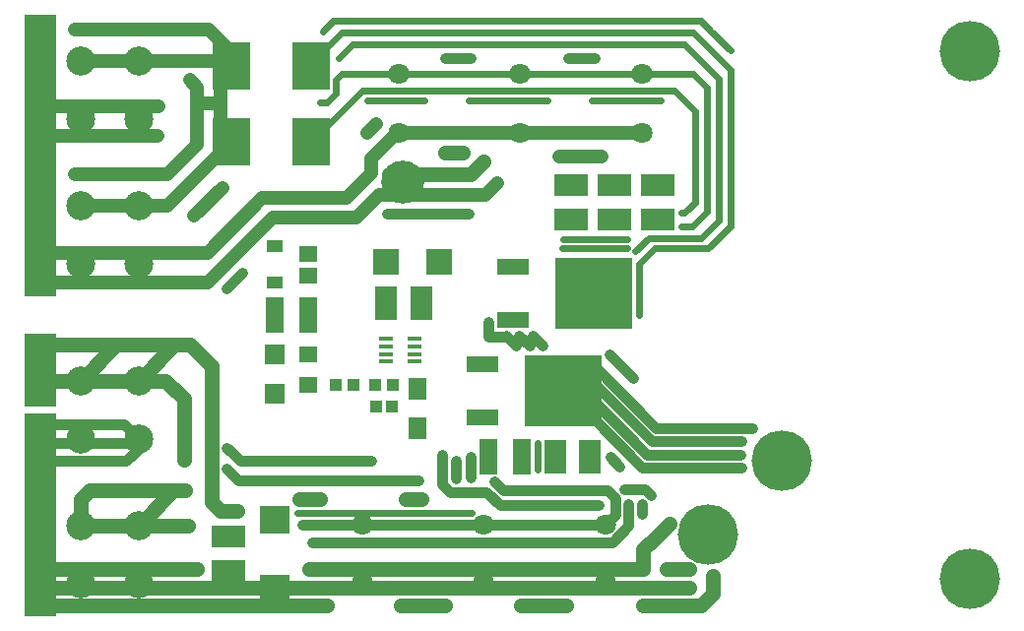
<source format=gts>
G04*
G04 #@! TF.GenerationSoftware,Altium Limited,Altium Designer,20.2.8 (258)*
G04*
G04 Layer_Color=8388736*
%FSLAX25Y25*%
%MOIN*%
G70*
G04*
G04 #@! TF.SameCoordinates,527F6DBC-4CBC-4D53-8A28-EBD6D6C4F68D*
G04*
G04*
G04 #@! TF.FilePolarity,Negative*
G04*
G01*
G75*
%ADD35C,0.02400*%
%ADD36C,0.03600*%
%ADD37C,0.05000*%
%ADD38C,0.04800*%
%ADD39R,0.10500X0.24500*%
%ADD40R,0.10500X0.68500*%
%ADD41R,0.10500X0.95500*%
%ADD42R,0.07099X0.06800*%
%ADD43R,0.07237X0.11430*%
%ADD44O,0.05011X0.01633*%
%ADD45R,0.08674X0.08674*%
%ADD46R,0.05524X0.04461*%
%ADD47R,0.06312X0.05524*%
%ADD48R,0.06221X0.05259*%
%ADD49R,0.03950X0.04343*%
%ADD50R,0.05902X0.07719*%
%ADD51R,0.05849X0.11855*%
%ADD52R,0.03975X0.04202*%
%ADD53R,0.10642X0.05524*%
%ADD54R,0.26391X0.24422*%
%ADD55R,0.10154X0.09491*%
%ADD56R,0.11430X0.07237*%
%ADD57R,0.12729X0.15839*%
%ADD58C,0.14580*%
%ADD59C,0.07099*%
%ADD60C,0.20485*%
%ADD61C,0.20485*%
%ADD62C,0.09855*%
D35*
X175800Y52000D02*
Y61000D01*
X103000Y200500D02*
X106500Y204000D01*
X231000D01*
X234500Y200500D01*
X210200Y104300D02*
Y106300D01*
X194000Y177000D02*
X217500D01*
X152500D02*
X179000D01*
X118000D02*
X137500D01*
X184000Y127000D02*
X206000D01*
X99148Y189900D02*
X109248Y200000D01*
X98500Y162500D02*
X116500Y180500D01*
X94500Y37500D02*
X153355Y37500D01*
X109500Y186000D02*
X228500D01*
X107500Y184000D02*
X109500Y186000D01*
X228500D02*
X233000Y181500D01*
X107500Y179500D02*
Y184000D01*
X104500Y176500D02*
X107500Y179500D01*
X102000Y176500D02*
X104500D01*
X224500Y134500D02*
X228000D01*
X224500Y139000D02*
X225500D01*
X228000Y134500D02*
X230000Y136500D01*
X225500Y139000D02*
X226500Y140000D01*
X184500Y130000D02*
X206000D01*
X234500Y200500D02*
X241000Y194000D01*
X108250Y191250D02*
X113000Y196000D01*
X230000Y136500D02*
X233000Y139500D01*
X226500Y140000D02*
X229000Y142500D01*
X233000Y139500D02*
Y181500D01*
X229000Y142500D02*
Y173500D01*
X222000Y180500D02*
X229000Y173500D01*
X116500Y180500D02*
X222000D01*
X113000Y196000D02*
X225500D01*
X237000Y184500D01*
Y136500D02*
Y184500D01*
X231000Y130500D02*
X237000Y136500D01*
X213281Y130500D02*
X231000D01*
X208891Y126110D02*
X213281Y130500D01*
X210200Y106300D02*
Y121700D01*
X215500Y127000D01*
X233500D01*
X241000Y134500D01*
Y187500D01*
X228500Y200000D02*
X241000Y187500D01*
X109248Y200000D02*
X228500D01*
D36*
X200000Y91000D02*
X208000Y83000D01*
X124900Y138900D02*
X152500D01*
X70300Y113300D02*
X75600Y118600D01*
X70500Y59500D02*
X72000Y58000D01*
X75000Y55000D02*
X119500D01*
X72000Y58000D02*
X75000Y55000D01*
X159100Y97200D02*
Y102100D01*
Y97200D02*
X164700D01*
X74500Y48500D02*
X135500D01*
X70500Y52500D02*
X74500Y48500D01*
X96095Y33405D02*
X157450D01*
X99500Y27500D02*
X201000D01*
X206500Y33000D01*
X211000Y37000D02*
Y40500D01*
X206500Y33000D02*
Y40500D01*
X212000Y45500D02*
X214000Y43500D01*
X205000Y45500D02*
X212000D01*
X194500Y40000D02*
X196500D01*
X157450Y33405D02*
X198600D01*
X202000Y36805D01*
Y42500D01*
X199500Y45000D02*
X202000Y42500D01*
X164000Y45000D02*
X199500D01*
X161000Y48000D02*
X164000Y45000D01*
X153000Y49500D02*
Y56500D01*
X148000Y49000D02*
Y55000D01*
X163000Y40000D02*
X194500D01*
X158500Y44500D02*
X163000Y40000D01*
X146000Y44500D02*
X158500D01*
X143500Y47000D02*
X146000Y44500D01*
X143500Y47000D02*
Y57000D01*
X36500Y55000D02*
X42379Y60879D01*
X31000Y55000D02*
X36500D01*
X35757Y67500D02*
X42379Y60879D01*
X31000Y67500D02*
X35757D01*
X40000Y61000D02*
X42000Y63000D01*
X31000Y61000D02*
X40000D01*
X11000D02*
X31000D01*
X11000Y67500D02*
X31000D01*
X186000Y191500D02*
X195000D01*
X144500D02*
X153000D01*
X200500Y56500D02*
X203500Y53000D01*
X215900Y66100D02*
X248400D01*
X194000Y88000D02*
X215900Y66100D01*
X214300Y61700D02*
X244800D01*
X194000Y82000D02*
X214300Y61700D01*
X212800Y57200D02*
X244300D01*
X194000Y76000D02*
X212800Y57200D01*
X211200Y52800D02*
X244700D01*
X194000Y70000D02*
X211200Y52800D01*
X174000Y97500D02*
X177500Y94000D01*
X169500Y97500D02*
X173000Y94000D01*
X165000Y97500D02*
X168500Y94000D01*
X11000Y55000D02*
X31000D01*
D37*
X235000Y10000D02*
Y16000D01*
X231000Y6000D02*
X235000Y10000D01*
X227000Y6000D02*
X231000D01*
X98500Y18500D02*
X211500D01*
X59500D02*
X59500Y18500D01*
X40700Y82242D02*
X52500Y94042D01*
X21015Y82242D02*
X32500Y93727D01*
X41500Y45000D02*
X52558D01*
X40700Y33142D02*
X52558Y45000D01*
X9500Y94500D02*
X21015D01*
Y82242D02*
X41000D01*
X9242D02*
X21015D01*
X95000Y42000D02*
X102000D01*
X131000D02*
X136500D01*
X24000Y45000D02*
X56500D01*
X21015Y42015D02*
X24000Y45000D01*
X21015Y33142D02*
Y42015D01*
Y33142D02*
X57358D01*
X21015Y94500D02*
X58000D01*
X56000Y55500D02*
Y76000D01*
X49758Y82242D02*
X56000Y76000D01*
X40700Y82242D02*
X49758D01*
X58000Y94500D02*
X65500Y87000D01*
Y41000D02*
Y87000D01*
Y41000D02*
X68500Y38000D01*
X74000D01*
X211500Y18500D02*
Y25000D01*
X215743Y29243D01*
X98500Y12000D02*
X219500D01*
X60779D02*
X98500D01*
X144500Y159500D02*
X150500D01*
X125400Y152000D02*
X153000D01*
X157500Y156500D01*
X11500Y18500D02*
X48500D01*
X10500Y12000D02*
X48500D01*
X79500Y6000D02*
X98500D01*
X7000D02*
X48500D01*
Y18500D02*
X60500D01*
X48500Y12000D02*
X60500D01*
X48500Y6000D02*
X79500D01*
X98500D02*
X104500D01*
X129500Y12000D02*
X144500D01*
X129500Y6000D02*
X144500D01*
X170000Y12000D02*
X185500D01*
X170000Y6000D02*
X185500D01*
X215743Y29243D02*
X220339Y33839D01*
X219500Y12000D02*
X227000D01*
X219500Y18500D02*
X227000D01*
X211500Y6000D02*
X227000D01*
D38*
X158000Y145000D02*
X162000Y149000D01*
X11000Y165000D02*
X47000D01*
X11000Y175000D02*
X47500D01*
X183000Y158000D02*
X197500D01*
X122000Y145000D02*
X158000D01*
X114500Y137500D02*
X122000Y145000D01*
X86000Y137500D02*
X114500D01*
X64000Y115500D02*
X86000Y137500D01*
X9500Y115500D02*
X64000D01*
X118000Y166000D02*
X121000Y169000D01*
X10000Y125500D02*
X64000D01*
X82500Y144000D01*
X111000D01*
X119500Y152500D01*
Y157500D01*
X128200Y166200D01*
X211000D01*
X68500Y168000D02*
Y176000D01*
Y183500D02*
X69000Y184000D01*
X68500Y176000D02*
Y183500D01*
X60500Y176000D02*
X68500D01*
X50276Y141300D02*
X68000Y159023D01*
X58000Y184000D02*
X60500Y181500D01*
Y173500D02*
Y181500D01*
Y162000D02*
Y173500D01*
X50500Y152000D02*
X60500Y162000D01*
X59500Y138000D02*
X69000Y147500D01*
X19000Y152000D02*
X28500D01*
X19000Y201000D02*
X28000D01*
X64500D02*
X75600Y189900D01*
X57500Y201000D02*
X64500D01*
X28500Y152000D02*
X50500D01*
X28000Y201000D02*
X57500D01*
X40700Y141300D02*
X50276D01*
X21015D02*
X40700D01*
X21015Y190349D02*
X70151D01*
D39*
X7250Y85750D02*
D03*
D40*
Y36750D02*
D03*
D41*
Y158250D02*
D03*
D42*
X86720Y91235D02*
D03*
Y77735D02*
D03*
D43*
X124526Y108400D02*
D03*
X136474D02*
D03*
X193574Y56500D02*
D03*
X181626D02*
D03*
D44*
X134068Y88661D02*
D03*
X134069Y91220D02*
D03*
Y93779D02*
D03*
X134068Y96339D02*
D03*
X124532Y88661D02*
D03*
X124532Y91220D02*
D03*
Y93779D02*
D03*
X124532Y96339D02*
D03*
D45*
X124445Y122500D02*
D03*
X142555D02*
D03*
D46*
X86600Y115301D02*
D03*
Y127899D02*
D03*
D47*
X98000Y80585D02*
D03*
X98000Y91215D02*
D03*
D48*
X98000Y125204D02*
D03*
Y117596D02*
D03*
D49*
X126556Y73400D02*
D03*
X121045D02*
D03*
D50*
X135200Y66061D02*
D03*
Y79339D02*
D03*
D51*
X86626Y104400D02*
D03*
X97974D02*
D03*
X159226Y56500D02*
D03*
X170574Y56500D02*
D03*
D52*
X113365Y80600D02*
D03*
X107434D02*
D03*
X126766D02*
D03*
X120835D02*
D03*
D53*
X167319Y120900D02*
D03*
X167319Y102900D02*
D03*
X157019Y87800D02*
D03*
X157019Y69800D02*
D03*
D54*
X194681Y111900D02*
D03*
X184381Y78800D02*
D03*
D55*
X86800Y35221D02*
D03*
Y11904D02*
D03*
D56*
X71200Y29537D02*
D03*
X71200Y17588D02*
D03*
X216400Y136626D02*
D03*
X216400Y148574D02*
D03*
X201800Y136626D02*
D03*
X201800Y148574D02*
D03*
X187200Y136626D02*
D03*
X187200Y148574D02*
D03*
D57*
X99124Y188900D02*
D03*
X72076D02*
D03*
X99124Y163100D02*
D03*
X72076D02*
D03*
D58*
X129947Y149453D02*
D03*
D59*
X198600Y13720D02*
D03*
Y33405D02*
D03*
X116300Y13720D02*
D03*
Y33405D02*
D03*
X157450Y13720D02*
D03*
Y33405D02*
D03*
X128600Y186200D02*
D03*
Y166200D02*
D03*
X169800Y186200D02*
D03*
Y166200D02*
D03*
X211000Y186200D02*
D03*
X211000Y166200D02*
D03*
D60*
X233326Y30126D02*
D03*
X258381Y55181D02*
D03*
D61*
X322000Y15000D02*
D03*
Y193900D02*
D03*
D62*
X21015Y13457D02*
D03*
Y33142D02*
D03*
X40700D02*
D03*
Y13457D02*
D03*
Y170664D02*
D03*
Y190349D02*
D03*
X21015D02*
D03*
Y170664D02*
D03*
X40700Y121615D02*
D03*
Y141300D02*
D03*
X21015D02*
D03*
Y121615D02*
D03*
X40700Y62557D02*
D03*
Y82242D02*
D03*
X21015D02*
D03*
Y62557D02*
D03*
M02*

</source>
